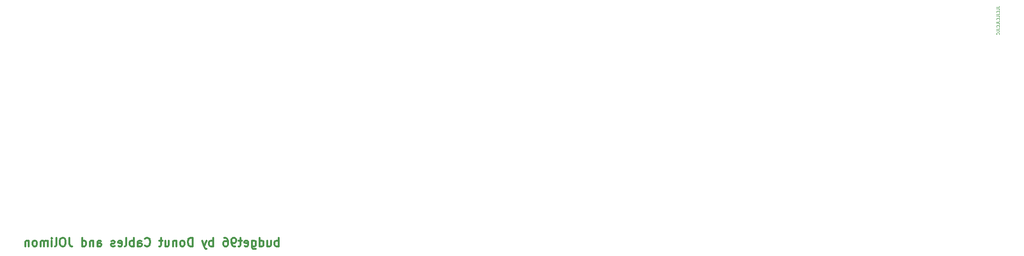
<source format=gbr>
G04 #@! TF.GenerationSoftware,KiCad,Pcbnew,(5.0.0)*
G04 #@! TF.CreationDate,2018-07-31T18:48:34-04:00*
G04 #@! TF.ProjectId,top_plate,746F705F706C6174652E6B696361645F,rev?*
G04 #@! TF.SameCoordinates,Original*
G04 #@! TF.FileFunction,Legend,Bot*
G04 #@! TF.FilePolarity,Positive*
%FSLAX46Y46*%
G04 Gerber Fmt 4.6, Leading zero omitted, Abs format (unit mm)*
G04 Created by KiCad (PCBNEW (5.0.0)) date 07/31/18 18:48:34*
%MOMM*%
%LPD*%
G01*
G04 APERTURE LIST*
%ADD10C,0.125000*%
%ADD11C,0.300000*%
G04 APERTURE END LIST*
D10*
X257536190Y-66270476D02*
X257893333Y-66270476D01*
X257964761Y-66246666D01*
X258012380Y-66199047D01*
X258036190Y-66127619D01*
X258036190Y-66080000D01*
X258036190Y-66746666D02*
X258036190Y-66508571D01*
X257536190Y-66508571D01*
X257988571Y-67199047D02*
X258012380Y-67175238D01*
X258036190Y-67103809D01*
X258036190Y-67056190D01*
X258012380Y-66984761D01*
X257964761Y-66937142D01*
X257917142Y-66913333D01*
X257821904Y-66889523D01*
X257750476Y-66889523D01*
X257655238Y-66913333D01*
X257607619Y-66937142D01*
X257560000Y-66984761D01*
X257536190Y-67056190D01*
X257536190Y-67103809D01*
X257560000Y-67175238D01*
X257583809Y-67199047D01*
X257536190Y-67556190D02*
X257893333Y-67556190D01*
X257964761Y-67532380D01*
X258012380Y-67484761D01*
X258036190Y-67413333D01*
X258036190Y-67365714D01*
X258036190Y-68032380D02*
X258036190Y-67794285D01*
X257536190Y-67794285D01*
X257988571Y-68484761D02*
X258012380Y-68460952D01*
X258036190Y-68389523D01*
X258036190Y-68341904D01*
X258012380Y-68270476D01*
X257964761Y-68222857D01*
X257917142Y-68199047D01*
X257821904Y-68175238D01*
X257750476Y-68175238D01*
X257655238Y-68199047D01*
X257607619Y-68222857D01*
X257560000Y-68270476D01*
X257536190Y-68341904D01*
X257536190Y-68389523D01*
X257560000Y-68460952D01*
X257583809Y-68484761D01*
X257536190Y-68841904D02*
X257893333Y-68841904D01*
X257964761Y-68818095D01*
X258012380Y-68770476D01*
X258036190Y-68699047D01*
X258036190Y-68651428D01*
X258036190Y-69318095D02*
X258036190Y-69080000D01*
X257536190Y-69080000D01*
X257988571Y-69770476D02*
X258012380Y-69746666D01*
X258036190Y-69675238D01*
X258036190Y-69627619D01*
X258012380Y-69556190D01*
X257964761Y-69508571D01*
X257917142Y-69484761D01*
X257821904Y-69460952D01*
X257750476Y-69460952D01*
X257655238Y-69484761D01*
X257607619Y-69508571D01*
X257560000Y-69556190D01*
X257536190Y-69627619D01*
X257536190Y-69675238D01*
X257560000Y-69746666D01*
X257583809Y-69770476D01*
X257536190Y-70127619D02*
X257893333Y-70127619D01*
X257964761Y-70103809D01*
X258012380Y-70056190D01*
X258036190Y-69984761D01*
X258036190Y-69937142D01*
X258036190Y-70603809D02*
X258036190Y-70365714D01*
X257536190Y-70365714D01*
X257988571Y-71056190D02*
X258012380Y-71032380D01*
X258036190Y-70960952D01*
X258036190Y-70913333D01*
X258012380Y-70841904D01*
X257964761Y-70794285D01*
X257917142Y-70770476D01*
X257821904Y-70746666D01*
X257750476Y-70746666D01*
X257655238Y-70770476D01*
X257607619Y-70794285D01*
X257560000Y-70841904D01*
X257536190Y-70913333D01*
X257536190Y-70960952D01*
X257560000Y-71032380D01*
X257583809Y-71056190D01*
D11*
X130378571Y-108628571D02*
X130378571Y-107128571D01*
X130378571Y-107700000D02*
X130235714Y-107628571D01*
X129950000Y-107628571D01*
X129807142Y-107700000D01*
X129735714Y-107771428D01*
X129664285Y-107914285D01*
X129664285Y-108342857D01*
X129735714Y-108485714D01*
X129807142Y-108557142D01*
X129950000Y-108628571D01*
X130235714Y-108628571D01*
X130378571Y-108557142D01*
X128378571Y-107628571D02*
X128378571Y-108628571D01*
X129021428Y-107628571D02*
X129021428Y-108414285D01*
X128950000Y-108557142D01*
X128807142Y-108628571D01*
X128592857Y-108628571D01*
X128450000Y-108557142D01*
X128378571Y-108485714D01*
X127021428Y-108628571D02*
X127021428Y-107128571D01*
X127021428Y-108557142D02*
X127164285Y-108628571D01*
X127450000Y-108628571D01*
X127592857Y-108557142D01*
X127664285Y-108485714D01*
X127735714Y-108342857D01*
X127735714Y-107914285D01*
X127664285Y-107771428D01*
X127592857Y-107700000D01*
X127450000Y-107628571D01*
X127164285Y-107628571D01*
X127021428Y-107700000D01*
X125664285Y-107628571D02*
X125664285Y-108842857D01*
X125735714Y-108985714D01*
X125807142Y-109057142D01*
X125950000Y-109128571D01*
X126164285Y-109128571D01*
X126307142Y-109057142D01*
X125664285Y-108557142D02*
X125807142Y-108628571D01*
X126092857Y-108628571D01*
X126235714Y-108557142D01*
X126307142Y-108485714D01*
X126378571Y-108342857D01*
X126378571Y-107914285D01*
X126307142Y-107771428D01*
X126235714Y-107700000D01*
X126092857Y-107628571D01*
X125807142Y-107628571D01*
X125664285Y-107700000D01*
X124378571Y-108557142D02*
X124521428Y-108628571D01*
X124807142Y-108628571D01*
X124950000Y-108557142D01*
X125021428Y-108414285D01*
X125021428Y-107842857D01*
X124950000Y-107700000D01*
X124807142Y-107628571D01*
X124521428Y-107628571D01*
X124378571Y-107700000D01*
X124307142Y-107842857D01*
X124307142Y-107985714D01*
X125021428Y-108128571D01*
X123878571Y-107628571D02*
X123307142Y-107628571D01*
X123664285Y-107128571D02*
X123664285Y-108414285D01*
X123592857Y-108557142D01*
X123450000Y-108628571D01*
X123307142Y-108628571D01*
X122735714Y-108628571D02*
X122450000Y-108628571D01*
X122307142Y-108557142D01*
X122235714Y-108485714D01*
X122092857Y-108271428D01*
X122021428Y-107985714D01*
X122021428Y-107414285D01*
X122092857Y-107271428D01*
X122164285Y-107200000D01*
X122307142Y-107128571D01*
X122592857Y-107128571D01*
X122735714Y-107200000D01*
X122807142Y-107271428D01*
X122878571Y-107414285D01*
X122878571Y-107771428D01*
X122807142Y-107914285D01*
X122735714Y-107985714D01*
X122592857Y-108057142D01*
X122307142Y-108057142D01*
X122164285Y-107985714D01*
X122092857Y-107914285D01*
X122021428Y-107771428D01*
X120735714Y-107128571D02*
X121021428Y-107128571D01*
X121164285Y-107200000D01*
X121235714Y-107271428D01*
X121378571Y-107485714D01*
X121450000Y-107771428D01*
X121450000Y-108342857D01*
X121378571Y-108485714D01*
X121307142Y-108557142D01*
X121164285Y-108628571D01*
X120878571Y-108628571D01*
X120735714Y-108557142D01*
X120664285Y-108485714D01*
X120592857Y-108342857D01*
X120592857Y-107985714D01*
X120664285Y-107842857D01*
X120735714Y-107771428D01*
X120878571Y-107700000D01*
X121164285Y-107700000D01*
X121307142Y-107771428D01*
X121378571Y-107842857D01*
X121450000Y-107985714D01*
X118807142Y-108628571D02*
X118807142Y-107128571D01*
X118807142Y-107700000D02*
X118664285Y-107628571D01*
X118378571Y-107628571D01*
X118235714Y-107700000D01*
X118164285Y-107771428D01*
X118092857Y-107914285D01*
X118092857Y-108342857D01*
X118164285Y-108485714D01*
X118235714Y-108557142D01*
X118378571Y-108628571D01*
X118664285Y-108628571D01*
X118807142Y-108557142D01*
X117592857Y-107628571D02*
X117235714Y-108628571D01*
X116878571Y-107628571D02*
X117235714Y-108628571D01*
X117378571Y-108985714D01*
X117450000Y-109057142D01*
X117592857Y-109128571D01*
X115164285Y-108628571D02*
X115164285Y-107128571D01*
X114807142Y-107128571D01*
X114592857Y-107200000D01*
X114450000Y-107342857D01*
X114378571Y-107485714D01*
X114307142Y-107771428D01*
X114307142Y-107985714D01*
X114378571Y-108271428D01*
X114450000Y-108414285D01*
X114592857Y-108557142D01*
X114807142Y-108628571D01*
X115164285Y-108628571D01*
X113450000Y-108628571D02*
X113592857Y-108557142D01*
X113664285Y-108485714D01*
X113735714Y-108342857D01*
X113735714Y-107914285D01*
X113664285Y-107771428D01*
X113592857Y-107700000D01*
X113450000Y-107628571D01*
X113235714Y-107628571D01*
X113092857Y-107700000D01*
X113021428Y-107771428D01*
X112950000Y-107914285D01*
X112950000Y-108342857D01*
X113021428Y-108485714D01*
X113092857Y-108557142D01*
X113235714Y-108628571D01*
X113450000Y-108628571D01*
X112307142Y-107628571D02*
X112307142Y-108628571D01*
X112307142Y-107771428D02*
X112235714Y-107700000D01*
X112092857Y-107628571D01*
X111878571Y-107628571D01*
X111735714Y-107700000D01*
X111664285Y-107842857D01*
X111664285Y-108628571D01*
X110307142Y-107628571D02*
X110307142Y-108628571D01*
X110950000Y-107628571D02*
X110950000Y-108414285D01*
X110878571Y-108557142D01*
X110735714Y-108628571D01*
X110521428Y-108628571D01*
X110378571Y-108557142D01*
X110307142Y-108485714D01*
X109807142Y-107628571D02*
X109235714Y-107628571D01*
X109592857Y-107128571D02*
X109592857Y-108414285D01*
X109521428Y-108557142D01*
X109378571Y-108628571D01*
X109235714Y-108628571D01*
X106735714Y-108485714D02*
X106807142Y-108557142D01*
X107021428Y-108628571D01*
X107164285Y-108628571D01*
X107378571Y-108557142D01*
X107521428Y-108414285D01*
X107592857Y-108271428D01*
X107664285Y-107985714D01*
X107664285Y-107771428D01*
X107592857Y-107485714D01*
X107521428Y-107342857D01*
X107378571Y-107200000D01*
X107164285Y-107128571D01*
X107021428Y-107128571D01*
X106807142Y-107200000D01*
X106735714Y-107271428D01*
X105450000Y-108628571D02*
X105450000Y-107842857D01*
X105521428Y-107700000D01*
X105664285Y-107628571D01*
X105950000Y-107628571D01*
X106092857Y-107700000D01*
X105450000Y-108557142D02*
X105592857Y-108628571D01*
X105950000Y-108628571D01*
X106092857Y-108557142D01*
X106164285Y-108414285D01*
X106164285Y-108271428D01*
X106092857Y-108128571D01*
X105950000Y-108057142D01*
X105592857Y-108057142D01*
X105450000Y-107985714D01*
X104735714Y-108628571D02*
X104735714Y-107128571D01*
X104735714Y-107700000D02*
X104592857Y-107628571D01*
X104307142Y-107628571D01*
X104164285Y-107700000D01*
X104092857Y-107771428D01*
X104021428Y-107914285D01*
X104021428Y-108342857D01*
X104092857Y-108485714D01*
X104164285Y-108557142D01*
X104307142Y-108628571D01*
X104592857Y-108628571D01*
X104735714Y-108557142D01*
X103164285Y-108628571D02*
X103307142Y-108557142D01*
X103378571Y-108414285D01*
X103378571Y-107128571D01*
X102021428Y-108557142D02*
X102164285Y-108628571D01*
X102450000Y-108628571D01*
X102592857Y-108557142D01*
X102664285Y-108414285D01*
X102664285Y-107842857D01*
X102592857Y-107700000D01*
X102450000Y-107628571D01*
X102164285Y-107628571D01*
X102021428Y-107700000D01*
X101950000Y-107842857D01*
X101950000Y-107985714D01*
X102664285Y-108128571D01*
X101378571Y-108557142D02*
X101235714Y-108628571D01*
X100950000Y-108628571D01*
X100807142Y-108557142D01*
X100735714Y-108414285D01*
X100735714Y-108342857D01*
X100807142Y-108200000D01*
X100950000Y-108128571D01*
X101164285Y-108128571D01*
X101307142Y-108057142D01*
X101378571Y-107914285D01*
X101378571Y-107842857D01*
X101307142Y-107700000D01*
X101164285Y-107628571D01*
X100950000Y-107628571D01*
X100807142Y-107700000D01*
X98307142Y-108628571D02*
X98307142Y-107842857D01*
X98378571Y-107700000D01*
X98521428Y-107628571D01*
X98807142Y-107628571D01*
X98950000Y-107700000D01*
X98307142Y-108557142D02*
X98450000Y-108628571D01*
X98807142Y-108628571D01*
X98950000Y-108557142D01*
X99021428Y-108414285D01*
X99021428Y-108271428D01*
X98950000Y-108128571D01*
X98807142Y-108057142D01*
X98450000Y-108057142D01*
X98307142Y-107985714D01*
X97592857Y-107628571D02*
X97592857Y-108628571D01*
X97592857Y-107771428D02*
X97521428Y-107700000D01*
X97378571Y-107628571D01*
X97164285Y-107628571D01*
X97021428Y-107700000D01*
X96950000Y-107842857D01*
X96950000Y-108628571D01*
X95592857Y-108628571D02*
X95592857Y-107128571D01*
X95592857Y-108557142D02*
X95735714Y-108628571D01*
X96021428Y-108628571D01*
X96164285Y-108557142D01*
X96235714Y-108485714D01*
X96307142Y-108342857D01*
X96307142Y-107914285D01*
X96235714Y-107771428D01*
X96164285Y-107700000D01*
X96021428Y-107628571D01*
X95735714Y-107628571D01*
X95592857Y-107700000D01*
X93307142Y-107128571D02*
X93307142Y-108200000D01*
X93378571Y-108414285D01*
X93521428Y-108557142D01*
X93735714Y-108628571D01*
X93878571Y-108628571D01*
X92307142Y-107128571D02*
X92021428Y-107128571D01*
X91878571Y-107200000D01*
X91735714Y-107342857D01*
X91664285Y-107628571D01*
X91664285Y-108128571D01*
X91735714Y-108414285D01*
X91878571Y-108557142D01*
X92021428Y-108628571D01*
X92307142Y-108628571D01*
X92450000Y-108557142D01*
X92592857Y-108414285D01*
X92664285Y-108128571D01*
X92664285Y-107628571D01*
X92592857Y-107342857D01*
X92450000Y-107200000D01*
X92307142Y-107128571D01*
X90807142Y-108628571D02*
X90950000Y-108557142D01*
X91021428Y-108414285D01*
X91021428Y-107128571D01*
X90235714Y-108628571D02*
X90235714Y-107628571D01*
X90235714Y-107128571D02*
X90307142Y-107200000D01*
X90235714Y-107271428D01*
X90164285Y-107200000D01*
X90235714Y-107128571D01*
X90235714Y-107271428D01*
X89521428Y-108628571D02*
X89521428Y-107628571D01*
X89521428Y-107771428D02*
X89450000Y-107700000D01*
X89307142Y-107628571D01*
X89092857Y-107628571D01*
X88950000Y-107700000D01*
X88878571Y-107842857D01*
X88878571Y-108628571D01*
X88878571Y-107842857D02*
X88807142Y-107700000D01*
X88664285Y-107628571D01*
X88450000Y-107628571D01*
X88307142Y-107700000D01*
X88235714Y-107842857D01*
X88235714Y-108628571D01*
X87307142Y-108628571D02*
X87450000Y-108557142D01*
X87521428Y-108485714D01*
X87592857Y-108342857D01*
X87592857Y-107914285D01*
X87521428Y-107771428D01*
X87450000Y-107700000D01*
X87307142Y-107628571D01*
X87092857Y-107628571D01*
X86950000Y-107700000D01*
X86878571Y-107771428D01*
X86807142Y-107914285D01*
X86807142Y-108342857D01*
X86878571Y-108485714D01*
X86950000Y-108557142D01*
X87092857Y-108628571D01*
X87307142Y-108628571D01*
X86164285Y-107628571D02*
X86164285Y-108628571D01*
X86164285Y-107771428D02*
X86092857Y-107700000D01*
X85950000Y-107628571D01*
X85735714Y-107628571D01*
X85592857Y-107700000D01*
X85521428Y-107842857D01*
X85521428Y-108628571D01*
M02*

</source>
